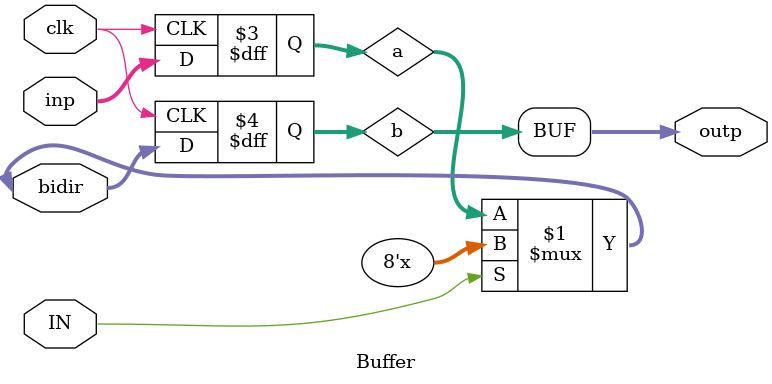
<source format=v>
`timescale 1ns / 1ps
module Buffer (IN, clk, inp, outp, bidir);


input   IN;//selector
input   clk;
input   [7:0] inp;//entrada_datos, dato q quiero enviar
output  [7:0] outp;//salida, dato q se recibe de rtc
inout   [7:0] bidir;//IN_OUT_RTC
//output  [7:0] x;
reg     [7:0] a;
reg     [7:0] b;

assign bidir = IN ? 8'bz : a;
assign outp  = b;

// Always Construct

always @ (posedge clk)
begin
    b <= bidir;
    a <= inp;
end

endmodule


/*

module BUS_IO2(
    input wire clk,      // The standard clock
    input wire Dato_1, Dato_2,  // señal para leer o escribir
    input wire [7:0]data_in,    // Data to send out when direction is 1
    output wire [7:0]data_out,   // Result of input pin when direction is 0
    inout  [7:0]io_port     // The i/o port to send data through
    );

    reg [7:0]a, b;    

    assign io_port  = Dato_2 ? a : 8'bz;
    assign data_out = b;

    always @ (posedge clk)
    begin
	 a <= data_in;
	 if (Dato_1)
       b <= io_port;
    end

endmodule
*/
</source>
